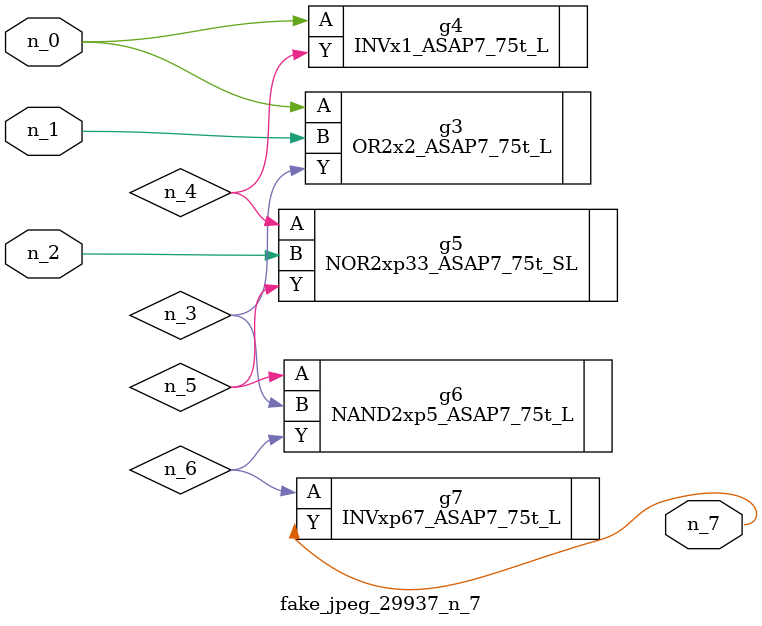
<source format=v>
module fake_jpeg_29937_n_7 (n_0, n_2, n_1, n_7);

input n_0;
input n_2;
input n_1;

output n_7;

wire n_3;
wire n_4;
wire n_6;
wire n_5;

OR2x2_ASAP7_75t_L g3 ( 
.A(n_0),
.B(n_1),
.Y(n_3)
);

INVx1_ASAP7_75t_L g4 ( 
.A(n_0),
.Y(n_4)
);

NOR2xp33_ASAP7_75t_SL g5 ( 
.A(n_4),
.B(n_2),
.Y(n_5)
);

NAND2xp5_ASAP7_75t_L g6 ( 
.A(n_5),
.B(n_3),
.Y(n_6)
);

INVxp67_ASAP7_75t_L g7 ( 
.A(n_6),
.Y(n_7)
);


endmodule
</source>
